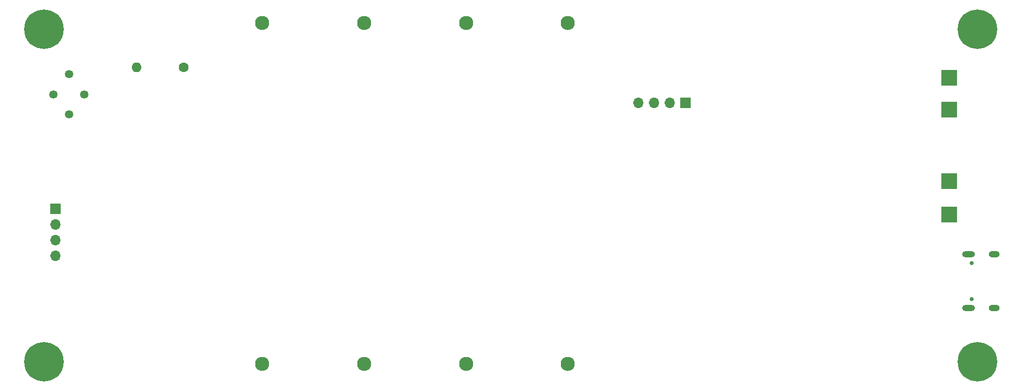
<source format=gbr>
%TF.GenerationSoftware,KiCad,Pcbnew,7.0.9*%
%TF.CreationDate,2024-02-17T00:35:01+08:00*%
%TF.ProjectId,AlarmClockProjV1,416c6172-6d43-46c6-9f63-6b50726f6a56,rev?*%
%TF.SameCoordinates,Original*%
%TF.FileFunction,Soldermask,Bot*%
%TF.FilePolarity,Negative*%
%FSLAX46Y46*%
G04 Gerber Fmt 4.6, Leading zero omitted, Abs format (unit mm)*
G04 Created by KiCad (PCBNEW 7.0.9) date 2024-02-17 00:35:01*
%MOMM*%
%LPD*%
G01*
G04 APERTURE LIST*
%ADD10C,1.350000*%
%ADD11R,1.700000X1.700000*%
%ADD12O,1.700000X1.700000*%
%ADD13C,3.600000*%
%ADD14C,6.400000*%
%ADD15C,0.650000*%
%ADD16O,2.100000X1.000000*%
%ADD17O,1.800000X1.000000*%
%ADD18C,1.600000*%
%ADD19O,1.600000X1.600000*%
%ADD20C,2.300000*%
%ADD21R,2.500000X2.500000*%
G04 APERTURE END LIST*
D10*
%TO.C,LS401*%
X79500000Y-95600000D03*
X84500000Y-95600000D03*
%TD*%
D11*
%TO.C,J301*%
X181800000Y-97000000D03*
D12*
X179260000Y-97000000D03*
X176720000Y-97000000D03*
X174180000Y-97000000D03*
%TD*%
D11*
%TO.C,J402*%
X79800000Y-114200000D03*
D12*
X79800000Y-116740000D03*
X79800000Y-119280000D03*
X79800000Y-121820000D03*
%TD*%
D13*
%TO.C,H103*%
X78000000Y-85000000D03*
D14*
X78000000Y-85000000D03*
%TD*%
D15*
%TO.C,J206*%
X228075000Y-128780000D03*
X228075000Y-123000000D03*
D16*
X227575000Y-130210000D03*
D17*
X231755000Y-130210000D03*
D16*
X227575000Y-121570000D03*
D17*
X231755000Y-121570000D03*
%TD*%
D18*
%TO.C,R410*%
X100610000Y-91200000D03*
D19*
X92990000Y-91200000D03*
%TD*%
D10*
%TO.C,LS402*%
X82000000Y-92350000D03*
X82000000Y-98850000D03*
%TD*%
D13*
%TO.C,H102*%
X78000000Y-139000000D03*
D14*
X78000000Y-139000000D03*
%TD*%
D13*
%TO.C,H104*%
X229000000Y-139000000D03*
D14*
X229000000Y-139000000D03*
%TD*%
D13*
%TO.C,H101*%
X229000000Y-85000000D03*
D14*
X229000000Y-85000000D03*
%TD*%
D20*
%TO.C,J203*%
X146250000Y-84000000D03*
X146250000Y-139300000D03*
%TD*%
D21*
%TO.C,TP302*%
X224400000Y-98050000D03*
%TD*%
%TO.C,TP303*%
X224400000Y-109650000D03*
%TD*%
D20*
%TO.C,J205*%
X129750000Y-139300000D03*
X129750000Y-84000000D03*
%TD*%
D21*
%TO.C,TP301*%
X224400000Y-115100000D03*
%TD*%
D20*
%TO.C,J202*%
X162750000Y-139300000D03*
X162750000Y-84000000D03*
%TD*%
%TO.C,J204*%
X113250000Y-84000000D03*
X113250000Y-139300000D03*
%TD*%
D21*
%TO.C,TP304*%
X224400000Y-92900000D03*
%TD*%
M02*

</source>
